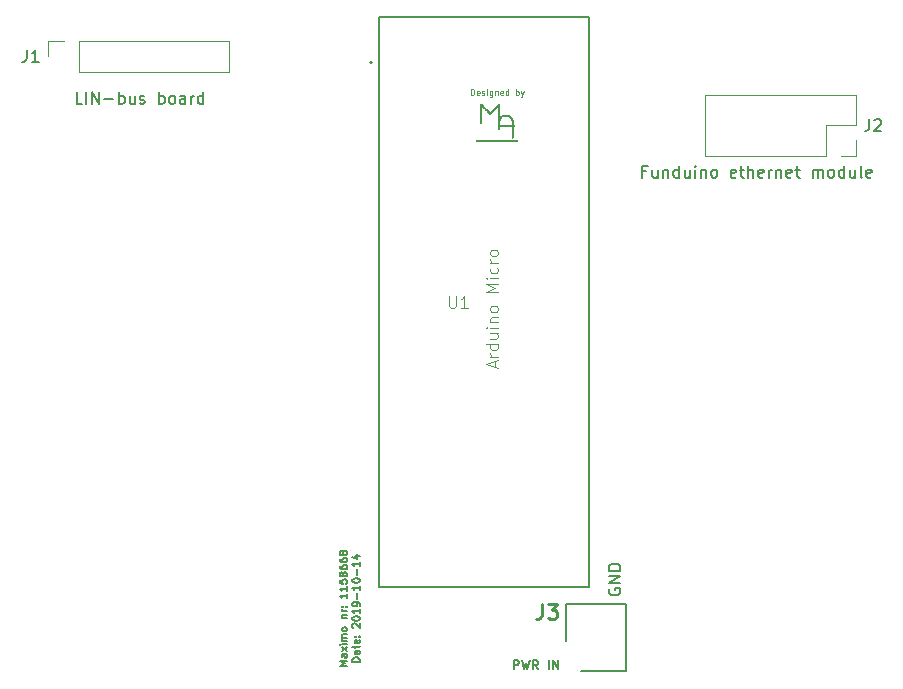
<source format=gto>
G04 #@! TF.GenerationSoftware,KiCad,Pcbnew,(5.1.4)-1*
G04 #@! TF.CreationDate,2019-11-18T13:36:40+01:00*
G04 #@! TF.ProjectId,LIN bus,4c494e20-6275-4732-9e6b-696361645f70,rev?*
G04 #@! TF.SameCoordinates,Original*
G04 #@! TF.FileFunction,Legend,Top*
G04 #@! TF.FilePolarity,Positive*
%FSLAX46Y46*%
G04 Gerber Fmt 4.6, Leading zero omitted, Abs format (unit mm)*
G04 Created by KiCad (PCBNEW (5.1.4)-1) date 2019-11-18 13:36:40*
%MOMM*%
%LPD*%
G04 APERTURE LIST*
%ADD10C,0.150000*%
%ADD11C,0.101600*%
%ADD12C,0.127000*%
%ADD13C,0.010000*%
%ADD14C,0.200000*%
%ADD15C,0.120000*%
%ADD16C,0.254000*%
%ADD17C,0.190500*%
%ADD18C,0.050000*%
G04 APERTURE END LIST*
D10*
X153000001Y-105261903D02*
X152952382Y-105357141D01*
X152952382Y-105499998D01*
X153000001Y-105642854D01*
X153095238Y-105738092D01*
X153190476Y-105785711D01*
X153380952Y-105833330D01*
X153523809Y-105833330D01*
X153714285Y-105785711D01*
X153809523Y-105738092D01*
X153904761Y-105642854D01*
X153952380Y-105499998D01*
X153952380Y-105404760D01*
X153904761Y-105261903D01*
X153857142Y-105214284D01*
X153523809Y-105214284D01*
X153523809Y-105404760D01*
X153952380Y-104785713D02*
X152952382Y-104785713D01*
X153952380Y-104214286D01*
X152952382Y-104214286D01*
X153952380Y-103738096D02*
X152952382Y-103738096D01*
X152952382Y-103500002D01*
X153000001Y-103357145D01*
X153095238Y-103261907D01*
X153190476Y-103214288D01*
X153380952Y-103166669D01*
X153523809Y-103166669D01*
X153714285Y-103214288D01*
X153809523Y-103261907D01*
X153904761Y-103357145D01*
X153952380Y-103500002D01*
X153952380Y-103738096D01*
D11*
X141308666Y-63475809D02*
X141308666Y-62967809D01*
X141429619Y-62967809D01*
X141502190Y-62992000D01*
X141550571Y-63040380D01*
X141574761Y-63088761D01*
X141598952Y-63185523D01*
X141598952Y-63258095D01*
X141574761Y-63354857D01*
X141550571Y-63403238D01*
X141502190Y-63451619D01*
X141429619Y-63475809D01*
X141308666Y-63475809D01*
X142010190Y-63451619D02*
X141961809Y-63475809D01*
X141865047Y-63475809D01*
X141816666Y-63451619D01*
X141792476Y-63403238D01*
X141792476Y-63209714D01*
X141816666Y-63161333D01*
X141865047Y-63137142D01*
X141961809Y-63137142D01*
X142010190Y-63161333D01*
X142034380Y-63209714D01*
X142034380Y-63258095D01*
X141792476Y-63306476D01*
X142227904Y-63451619D02*
X142276285Y-63475809D01*
X142373047Y-63475809D01*
X142421428Y-63451619D01*
X142445619Y-63403238D01*
X142445619Y-63379047D01*
X142421428Y-63330666D01*
X142373047Y-63306476D01*
X142300476Y-63306476D01*
X142252095Y-63282285D01*
X142227904Y-63233904D01*
X142227904Y-63209714D01*
X142252095Y-63161333D01*
X142300476Y-63137142D01*
X142373047Y-63137142D01*
X142421428Y-63161333D01*
X142663333Y-63475809D02*
X142663333Y-63137142D01*
X142663333Y-62967809D02*
X142639142Y-62992000D01*
X142663333Y-63016190D01*
X142687523Y-62992000D01*
X142663333Y-62967809D01*
X142663333Y-63016190D01*
X143122952Y-63137142D02*
X143122952Y-63548380D01*
X143098761Y-63596761D01*
X143074571Y-63620952D01*
X143026190Y-63645142D01*
X142953619Y-63645142D01*
X142905238Y-63620952D01*
X143122952Y-63451619D02*
X143074571Y-63475809D01*
X142977809Y-63475809D01*
X142929428Y-63451619D01*
X142905238Y-63427428D01*
X142881047Y-63379047D01*
X142881047Y-63233904D01*
X142905238Y-63185523D01*
X142929428Y-63161333D01*
X142977809Y-63137142D01*
X143074571Y-63137142D01*
X143122952Y-63161333D01*
X143364857Y-63137142D02*
X143364857Y-63475809D01*
X143364857Y-63185523D02*
X143389047Y-63161333D01*
X143437428Y-63137142D01*
X143510000Y-63137142D01*
X143558380Y-63161333D01*
X143582571Y-63209714D01*
X143582571Y-63475809D01*
X144018000Y-63451619D02*
X143969619Y-63475809D01*
X143872857Y-63475809D01*
X143824476Y-63451619D01*
X143800285Y-63403238D01*
X143800285Y-63209714D01*
X143824476Y-63161333D01*
X143872857Y-63137142D01*
X143969619Y-63137142D01*
X144018000Y-63161333D01*
X144042190Y-63209714D01*
X144042190Y-63258095D01*
X143800285Y-63306476D01*
X144477619Y-63475809D02*
X144477619Y-62967809D01*
X144477619Y-63451619D02*
X144429238Y-63475809D01*
X144332476Y-63475809D01*
X144284095Y-63451619D01*
X144259904Y-63427428D01*
X144235714Y-63379047D01*
X144235714Y-63233904D01*
X144259904Y-63185523D01*
X144284095Y-63161333D01*
X144332476Y-63137142D01*
X144429238Y-63137142D01*
X144477619Y-63161333D01*
X145106571Y-63475809D02*
X145106571Y-62967809D01*
X145106571Y-63161333D02*
X145154952Y-63137142D01*
X145251714Y-63137142D01*
X145300095Y-63161333D01*
X145324285Y-63185523D01*
X145348476Y-63233904D01*
X145348476Y-63379047D01*
X145324285Y-63427428D01*
X145300095Y-63451619D01*
X145251714Y-63475809D01*
X145154952Y-63475809D01*
X145106571Y-63451619D01*
X145517809Y-63137142D02*
X145638761Y-63475809D01*
X145759714Y-63137142D02*
X145638761Y-63475809D01*
X145590380Y-63596761D01*
X145566190Y-63620952D01*
X145517809Y-63645142D01*
D12*
X130811511Y-111787214D02*
X130176511Y-111787214D01*
X130630083Y-111575547D01*
X130176511Y-111363880D01*
X130811511Y-111363880D01*
X130811511Y-110789357D02*
X130478892Y-110789357D01*
X130418416Y-110819595D01*
X130388178Y-110880071D01*
X130388178Y-111001023D01*
X130418416Y-111061500D01*
X130781273Y-110789357D02*
X130811511Y-110849833D01*
X130811511Y-111001023D01*
X130781273Y-111061500D01*
X130720797Y-111091738D01*
X130660321Y-111091738D01*
X130599845Y-111061500D01*
X130569607Y-111001023D01*
X130569607Y-110849833D01*
X130539369Y-110789357D01*
X130811511Y-110547452D02*
X130388178Y-110214833D01*
X130388178Y-110547452D02*
X130811511Y-110214833D01*
X130811511Y-109972928D02*
X130388178Y-109972928D01*
X130176511Y-109972928D02*
X130206750Y-110003166D01*
X130236988Y-109972928D01*
X130206750Y-109942690D01*
X130176511Y-109972928D01*
X130236988Y-109972928D01*
X130811511Y-109670547D02*
X130388178Y-109670547D01*
X130448654Y-109670547D02*
X130418416Y-109640309D01*
X130388178Y-109579833D01*
X130388178Y-109489119D01*
X130418416Y-109428642D01*
X130478892Y-109398404D01*
X130811511Y-109398404D01*
X130478892Y-109398404D02*
X130418416Y-109368166D01*
X130388178Y-109307690D01*
X130388178Y-109216976D01*
X130418416Y-109156500D01*
X130478892Y-109126261D01*
X130811511Y-109126261D01*
X130811511Y-108733166D02*
X130781273Y-108793642D01*
X130751035Y-108823880D01*
X130690559Y-108854119D01*
X130509130Y-108854119D01*
X130448654Y-108823880D01*
X130418416Y-108793642D01*
X130388178Y-108733166D01*
X130388178Y-108642452D01*
X130418416Y-108581976D01*
X130448654Y-108551738D01*
X130509130Y-108521500D01*
X130690559Y-108521500D01*
X130751035Y-108551738D01*
X130781273Y-108581976D01*
X130811511Y-108642452D01*
X130811511Y-108733166D01*
X130388178Y-107765547D02*
X130811511Y-107765547D01*
X130448654Y-107765547D02*
X130418416Y-107735309D01*
X130388178Y-107674833D01*
X130388178Y-107584119D01*
X130418416Y-107523642D01*
X130478892Y-107493404D01*
X130811511Y-107493404D01*
X130811511Y-107191023D02*
X130388178Y-107191023D01*
X130509130Y-107191023D02*
X130448654Y-107160785D01*
X130418416Y-107130547D01*
X130388178Y-107070071D01*
X130388178Y-107009595D01*
X130751035Y-106797928D02*
X130781273Y-106767690D01*
X130811511Y-106797928D01*
X130781273Y-106828166D01*
X130751035Y-106797928D01*
X130811511Y-106797928D01*
X130418416Y-106797928D02*
X130448654Y-106767690D01*
X130478892Y-106797928D01*
X130448654Y-106828166D01*
X130418416Y-106797928D01*
X130478892Y-106797928D01*
X130811511Y-105679119D02*
X130811511Y-106041976D01*
X130811511Y-105860547D02*
X130176511Y-105860547D01*
X130267226Y-105921023D01*
X130327702Y-105981500D01*
X130357940Y-106041976D01*
X130811511Y-105074357D02*
X130811511Y-105437214D01*
X130811511Y-105255785D02*
X130176511Y-105255785D01*
X130267226Y-105316261D01*
X130327702Y-105376738D01*
X130357940Y-105437214D01*
X130176511Y-104499833D02*
X130176511Y-104802214D01*
X130478892Y-104832452D01*
X130448654Y-104802214D01*
X130418416Y-104741738D01*
X130418416Y-104590547D01*
X130448654Y-104530071D01*
X130478892Y-104499833D01*
X130539369Y-104469595D01*
X130690559Y-104469595D01*
X130751035Y-104499833D01*
X130781273Y-104530071D01*
X130811511Y-104590547D01*
X130811511Y-104741738D01*
X130781273Y-104802214D01*
X130751035Y-104832452D01*
X130448654Y-104106738D02*
X130418416Y-104167214D01*
X130388178Y-104197452D01*
X130327702Y-104227690D01*
X130297464Y-104227690D01*
X130236988Y-104197452D01*
X130206750Y-104167214D01*
X130176511Y-104106738D01*
X130176511Y-103985785D01*
X130206750Y-103925309D01*
X130236988Y-103895071D01*
X130297464Y-103864833D01*
X130327702Y-103864833D01*
X130388178Y-103895071D01*
X130418416Y-103925309D01*
X130448654Y-103985785D01*
X130448654Y-104106738D01*
X130478892Y-104167214D01*
X130509130Y-104197452D01*
X130569607Y-104227690D01*
X130690559Y-104227690D01*
X130751035Y-104197452D01*
X130781273Y-104167214D01*
X130811511Y-104106738D01*
X130811511Y-103985785D01*
X130781273Y-103925309D01*
X130751035Y-103895071D01*
X130690559Y-103864833D01*
X130569607Y-103864833D01*
X130509130Y-103895071D01*
X130478892Y-103925309D01*
X130448654Y-103985785D01*
X130176511Y-103320547D02*
X130176511Y-103441500D01*
X130206750Y-103501976D01*
X130236988Y-103532214D01*
X130327702Y-103592690D01*
X130448654Y-103622928D01*
X130690559Y-103622928D01*
X130751035Y-103592690D01*
X130781273Y-103562452D01*
X130811511Y-103501976D01*
X130811511Y-103381023D01*
X130781273Y-103320547D01*
X130751035Y-103290309D01*
X130690559Y-103260071D01*
X130539369Y-103260071D01*
X130478892Y-103290309D01*
X130448654Y-103320547D01*
X130418416Y-103381023D01*
X130418416Y-103501976D01*
X130448654Y-103562452D01*
X130478892Y-103592690D01*
X130539369Y-103622928D01*
X130176511Y-102715785D02*
X130176511Y-102836738D01*
X130206750Y-102897214D01*
X130236988Y-102927452D01*
X130327702Y-102987928D01*
X130448654Y-103018166D01*
X130690559Y-103018166D01*
X130751035Y-102987928D01*
X130781273Y-102957690D01*
X130811511Y-102897214D01*
X130811511Y-102776261D01*
X130781273Y-102715785D01*
X130751035Y-102685547D01*
X130690559Y-102655309D01*
X130539369Y-102655309D01*
X130478892Y-102685547D01*
X130448654Y-102715785D01*
X130418416Y-102776261D01*
X130418416Y-102897214D01*
X130448654Y-102957690D01*
X130478892Y-102987928D01*
X130539369Y-103018166D01*
X130448654Y-102292452D02*
X130418416Y-102352928D01*
X130388178Y-102383166D01*
X130327702Y-102413404D01*
X130297464Y-102413404D01*
X130236988Y-102383166D01*
X130206750Y-102352928D01*
X130176511Y-102292452D01*
X130176511Y-102171500D01*
X130206750Y-102111023D01*
X130236988Y-102080785D01*
X130297464Y-102050547D01*
X130327702Y-102050547D01*
X130388178Y-102080785D01*
X130418416Y-102111023D01*
X130448654Y-102171500D01*
X130448654Y-102292452D01*
X130478892Y-102352928D01*
X130509130Y-102383166D01*
X130569607Y-102413404D01*
X130690559Y-102413404D01*
X130751035Y-102383166D01*
X130781273Y-102352928D01*
X130811511Y-102292452D01*
X130811511Y-102171500D01*
X130781273Y-102111023D01*
X130751035Y-102080785D01*
X130690559Y-102050547D01*
X130569607Y-102050547D01*
X130509130Y-102080785D01*
X130478892Y-102111023D01*
X130448654Y-102171500D01*
X131891011Y-111439476D02*
X131256011Y-111439476D01*
X131256011Y-111288285D01*
X131286250Y-111197571D01*
X131346726Y-111137095D01*
X131407202Y-111106857D01*
X131528154Y-111076619D01*
X131618869Y-111076619D01*
X131739821Y-111106857D01*
X131800297Y-111137095D01*
X131860773Y-111197571D01*
X131891011Y-111288285D01*
X131891011Y-111439476D01*
X131891011Y-110532333D02*
X131558392Y-110532333D01*
X131497916Y-110562571D01*
X131467678Y-110623047D01*
X131467678Y-110744000D01*
X131497916Y-110804476D01*
X131860773Y-110532333D02*
X131891011Y-110592809D01*
X131891011Y-110744000D01*
X131860773Y-110804476D01*
X131800297Y-110834714D01*
X131739821Y-110834714D01*
X131679345Y-110804476D01*
X131649107Y-110744000D01*
X131649107Y-110592809D01*
X131618869Y-110532333D01*
X131467678Y-110320666D02*
X131467678Y-110078761D01*
X131256011Y-110229952D02*
X131800297Y-110229952D01*
X131860773Y-110199714D01*
X131891011Y-110139238D01*
X131891011Y-110078761D01*
X131860773Y-109625190D02*
X131891011Y-109685666D01*
X131891011Y-109806619D01*
X131860773Y-109867095D01*
X131800297Y-109897333D01*
X131558392Y-109897333D01*
X131497916Y-109867095D01*
X131467678Y-109806619D01*
X131467678Y-109685666D01*
X131497916Y-109625190D01*
X131558392Y-109594952D01*
X131618869Y-109594952D01*
X131679345Y-109897333D01*
X131830535Y-109322809D02*
X131860773Y-109292571D01*
X131891011Y-109322809D01*
X131860773Y-109353047D01*
X131830535Y-109322809D01*
X131891011Y-109322809D01*
X131497916Y-109322809D02*
X131528154Y-109292571D01*
X131558392Y-109322809D01*
X131528154Y-109353047D01*
X131497916Y-109322809D01*
X131558392Y-109322809D01*
X131316488Y-108566857D02*
X131286250Y-108536619D01*
X131256011Y-108476142D01*
X131256011Y-108324952D01*
X131286250Y-108264476D01*
X131316488Y-108234238D01*
X131376964Y-108204000D01*
X131437440Y-108204000D01*
X131528154Y-108234238D01*
X131891011Y-108597095D01*
X131891011Y-108204000D01*
X131256011Y-107810904D02*
X131256011Y-107750428D01*
X131286250Y-107689952D01*
X131316488Y-107659714D01*
X131376964Y-107629476D01*
X131497916Y-107599238D01*
X131649107Y-107599238D01*
X131770059Y-107629476D01*
X131830535Y-107659714D01*
X131860773Y-107689952D01*
X131891011Y-107750428D01*
X131891011Y-107810904D01*
X131860773Y-107871380D01*
X131830535Y-107901619D01*
X131770059Y-107931857D01*
X131649107Y-107962095D01*
X131497916Y-107962095D01*
X131376964Y-107931857D01*
X131316488Y-107901619D01*
X131286250Y-107871380D01*
X131256011Y-107810904D01*
X131891011Y-106994476D02*
X131891011Y-107357333D01*
X131891011Y-107175904D02*
X131256011Y-107175904D01*
X131346726Y-107236380D01*
X131407202Y-107296857D01*
X131437440Y-107357333D01*
X131891011Y-106692095D02*
X131891011Y-106571142D01*
X131860773Y-106510666D01*
X131830535Y-106480428D01*
X131739821Y-106419952D01*
X131618869Y-106389714D01*
X131376964Y-106389714D01*
X131316488Y-106419952D01*
X131286250Y-106450190D01*
X131256011Y-106510666D01*
X131256011Y-106631619D01*
X131286250Y-106692095D01*
X131316488Y-106722333D01*
X131376964Y-106752571D01*
X131528154Y-106752571D01*
X131588630Y-106722333D01*
X131618869Y-106692095D01*
X131649107Y-106631619D01*
X131649107Y-106510666D01*
X131618869Y-106450190D01*
X131588630Y-106419952D01*
X131528154Y-106389714D01*
X131649107Y-106117571D02*
X131649107Y-105633761D01*
X131891011Y-104998761D02*
X131891011Y-105361619D01*
X131891011Y-105180190D02*
X131256011Y-105180190D01*
X131346726Y-105240666D01*
X131407202Y-105301142D01*
X131437440Y-105361619D01*
X131256011Y-104605666D02*
X131256011Y-104545190D01*
X131286250Y-104484714D01*
X131316488Y-104454476D01*
X131376964Y-104424238D01*
X131497916Y-104394000D01*
X131649107Y-104394000D01*
X131770059Y-104424238D01*
X131830535Y-104454476D01*
X131860773Y-104484714D01*
X131891011Y-104545190D01*
X131891011Y-104605666D01*
X131860773Y-104666142D01*
X131830535Y-104696380D01*
X131770059Y-104726619D01*
X131649107Y-104756857D01*
X131497916Y-104756857D01*
X131376964Y-104726619D01*
X131316488Y-104696380D01*
X131286250Y-104666142D01*
X131256011Y-104605666D01*
X131649107Y-104121857D02*
X131649107Y-103638047D01*
X131891011Y-103003047D02*
X131891011Y-103365904D01*
X131891011Y-103184476D02*
X131256011Y-103184476D01*
X131346726Y-103244952D01*
X131407202Y-103305428D01*
X131437440Y-103365904D01*
X131467678Y-102458761D02*
X131891011Y-102458761D01*
X131225773Y-102609952D02*
X131679345Y-102761142D01*
X131679345Y-102368047D01*
D13*
G36*
X143647701Y-67268711D02*
G01*
X143809775Y-67268719D01*
X143960210Y-67268736D01*
X144099442Y-67268765D01*
X144227906Y-67268809D01*
X144346038Y-67268870D01*
X144454276Y-67268951D01*
X144553055Y-67269056D01*
X144642812Y-67269187D01*
X144723982Y-67269347D01*
X144797002Y-67269538D01*
X144862309Y-67269765D01*
X144920338Y-67270029D01*
X144971525Y-67270333D01*
X145016307Y-67270681D01*
X145055121Y-67271075D01*
X145088401Y-67271519D01*
X145116586Y-67272014D01*
X145140110Y-67272564D01*
X145159410Y-67273171D01*
X145174922Y-67273839D01*
X145187083Y-67274571D01*
X145196328Y-67275369D01*
X145203094Y-67276236D01*
X145207818Y-67277175D01*
X145210934Y-67278189D01*
X145212881Y-67279280D01*
X145213833Y-67280150D01*
X145223251Y-67296689D01*
X145220250Y-67312156D01*
X145212746Y-67320917D01*
X145210971Y-67321962D01*
X145207748Y-67322935D01*
X145202646Y-67323838D01*
X145195230Y-67324674D01*
X145185068Y-67325445D01*
X145171728Y-67326154D01*
X145154776Y-67326804D01*
X145133779Y-67327397D01*
X145108304Y-67327935D01*
X145077919Y-67328422D01*
X145042191Y-67328859D01*
X145000686Y-67329250D01*
X144952972Y-67329597D01*
X144898616Y-67329903D01*
X144837185Y-67330169D01*
X144768246Y-67330399D01*
X144691366Y-67330596D01*
X144606112Y-67330761D01*
X144512052Y-67330897D01*
X144408752Y-67331008D01*
X144295780Y-67331095D01*
X144172702Y-67331162D01*
X144039086Y-67331210D01*
X143894499Y-67331242D01*
X143738508Y-67331261D01*
X143570679Y-67331269D01*
X143471376Y-67331270D01*
X143297225Y-67331268D01*
X143135150Y-67331260D01*
X142984715Y-67331243D01*
X142845484Y-67331214D01*
X142717020Y-67331171D01*
X142598887Y-67331110D01*
X142490649Y-67331028D01*
X142391870Y-67330924D01*
X142302113Y-67330793D01*
X142220943Y-67330633D01*
X142147923Y-67330441D01*
X142082617Y-67330215D01*
X142024588Y-67329951D01*
X141973400Y-67329646D01*
X141928618Y-67329298D01*
X141889804Y-67328904D01*
X141856524Y-67328461D01*
X141828340Y-67327966D01*
X141804815Y-67327416D01*
X141785515Y-67326808D01*
X141770003Y-67326140D01*
X141757843Y-67325408D01*
X141748597Y-67324611D01*
X141741831Y-67323744D01*
X141737108Y-67322805D01*
X141733991Y-67321791D01*
X141732044Y-67320699D01*
X141731092Y-67319830D01*
X141721674Y-67303290D01*
X141724675Y-67287824D01*
X141732179Y-67279063D01*
X141733955Y-67278018D01*
X141737177Y-67277045D01*
X141742280Y-67276142D01*
X141749695Y-67275306D01*
X141759857Y-67274534D01*
X141773197Y-67273825D01*
X141790150Y-67273175D01*
X141811147Y-67272583D01*
X141836621Y-67272044D01*
X141867006Y-67271557D01*
X141902735Y-67271120D01*
X141944239Y-67270729D01*
X141991953Y-67270382D01*
X142046309Y-67270077D01*
X142107740Y-67269810D01*
X142176679Y-67269580D01*
X142253559Y-67269384D01*
X142338813Y-67269219D01*
X142432873Y-67269082D01*
X142536173Y-67268971D01*
X142649145Y-67268884D01*
X142772223Y-67268818D01*
X142905839Y-67268770D01*
X143050426Y-67268738D01*
X143206418Y-67268719D01*
X143374246Y-67268710D01*
X143473550Y-67268709D01*
X143647701Y-67268711D01*
X143647701Y-67268711D01*
G37*
X143647701Y-67268711D02*
X143809775Y-67268719D01*
X143960210Y-67268736D01*
X144099442Y-67268765D01*
X144227906Y-67268809D01*
X144346038Y-67268870D01*
X144454276Y-67268951D01*
X144553055Y-67269056D01*
X144642812Y-67269187D01*
X144723982Y-67269347D01*
X144797002Y-67269538D01*
X144862309Y-67269765D01*
X144920338Y-67270029D01*
X144971525Y-67270333D01*
X145016307Y-67270681D01*
X145055121Y-67271075D01*
X145088401Y-67271519D01*
X145116586Y-67272014D01*
X145140110Y-67272564D01*
X145159410Y-67273171D01*
X145174922Y-67273839D01*
X145187083Y-67274571D01*
X145196328Y-67275369D01*
X145203094Y-67276236D01*
X145207818Y-67277175D01*
X145210934Y-67278189D01*
X145212881Y-67279280D01*
X145213833Y-67280150D01*
X145223251Y-67296689D01*
X145220250Y-67312156D01*
X145212746Y-67320917D01*
X145210971Y-67321962D01*
X145207748Y-67322935D01*
X145202646Y-67323838D01*
X145195230Y-67324674D01*
X145185068Y-67325445D01*
X145171728Y-67326154D01*
X145154776Y-67326804D01*
X145133779Y-67327397D01*
X145108304Y-67327935D01*
X145077919Y-67328422D01*
X145042191Y-67328859D01*
X145000686Y-67329250D01*
X144952972Y-67329597D01*
X144898616Y-67329903D01*
X144837185Y-67330169D01*
X144768246Y-67330399D01*
X144691366Y-67330596D01*
X144606112Y-67330761D01*
X144512052Y-67330897D01*
X144408752Y-67331008D01*
X144295780Y-67331095D01*
X144172702Y-67331162D01*
X144039086Y-67331210D01*
X143894499Y-67331242D01*
X143738508Y-67331261D01*
X143570679Y-67331269D01*
X143471376Y-67331270D01*
X143297225Y-67331268D01*
X143135150Y-67331260D01*
X142984715Y-67331243D01*
X142845484Y-67331214D01*
X142717020Y-67331171D01*
X142598887Y-67331110D01*
X142490649Y-67331028D01*
X142391870Y-67330924D01*
X142302113Y-67330793D01*
X142220943Y-67330633D01*
X142147923Y-67330441D01*
X142082617Y-67330215D01*
X142024588Y-67329951D01*
X141973400Y-67329646D01*
X141928618Y-67329298D01*
X141889804Y-67328904D01*
X141856524Y-67328461D01*
X141828340Y-67327966D01*
X141804815Y-67327416D01*
X141785515Y-67326808D01*
X141770003Y-67326140D01*
X141757843Y-67325408D01*
X141748597Y-67324611D01*
X141741831Y-67323744D01*
X141737108Y-67322805D01*
X141733991Y-67321791D01*
X141732044Y-67320699D01*
X141731092Y-67319830D01*
X141721674Y-67303290D01*
X141724675Y-67287824D01*
X141732179Y-67279063D01*
X141733955Y-67278018D01*
X141737177Y-67277045D01*
X141742280Y-67276142D01*
X141749695Y-67275306D01*
X141759857Y-67274534D01*
X141773197Y-67273825D01*
X141790150Y-67273175D01*
X141811147Y-67272583D01*
X141836621Y-67272044D01*
X141867006Y-67271557D01*
X141902735Y-67271120D01*
X141944239Y-67270729D01*
X141991953Y-67270382D01*
X142046309Y-67270077D01*
X142107740Y-67269810D01*
X142176679Y-67269580D01*
X142253559Y-67269384D01*
X142338813Y-67269219D01*
X142432873Y-67269082D01*
X142536173Y-67268971D01*
X142649145Y-67268884D01*
X142772223Y-67268818D01*
X142905839Y-67268770D01*
X143050426Y-67268738D01*
X143206418Y-67268719D01*
X143374246Y-67268710D01*
X143473550Y-67268709D01*
X143647701Y-67268711D01*
G36*
X142129460Y-64204304D02*
G01*
X142135915Y-64207991D01*
X142145101Y-64214777D01*
X142157569Y-64225183D01*
X142173865Y-64239736D01*
X142194540Y-64258956D01*
X142220141Y-64283370D01*
X142251218Y-64313499D01*
X142288320Y-64349868D01*
X142331994Y-64393001D01*
X142382790Y-64443420D01*
X142441256Y-64501649D01*
X142507941Y-64568213D01*
X142512548Y-64572815D01*
X142882517Y-64942439D01*
X143243422Y-64581703D01*
X143299463Y-64525778D01*
X143353212Y-64472313D01*
X143403979Y-64421985D01*
X143451072Y-64375471D01*
X143493799Y-64333450D01*
X143531470Y-64296599D01*
X143563392Y-64265594D01*
X143588875Y-64241115D01*
X143607226Y-64223837D01*
X143617754Y-64214440D01*
X143619769Y-64212955D01*
X143642306Y-64207338D01*
X143663041Y-64213518D01*
X143679498Y-64230625D01*
X143681552Y-64234377D01*
X143683356Y-64238994D01*
X143684925Y-64245268D01*
X143686277Y-64253992D01*
X143687428Y-64265958D01*
X143688394Y-64281958D01*
X143689193Y-64302785D01*
X143689840Y-64329231D01*
X143690353Y-64362089D01*
X143690748Y-64402150D01*
X143691041Y-64450206D01*
X143691250Y-64507051D01*
X143691390Y-64573477D01*
X143691479Y-64650276D01*
X143691532Y-64738239D01*
X143691557Y-64806911D01*
X143691733Y-65363709D01*
X143719885Y-65331342D01*
X143744474Y-65305765D01*
X143772723Y-65282034D01*
X143806952Y-65258481D01*
X143849485Y-65233436D01*
X143875902Y-65219136D01*
X143965128Y-65178202D01*
X144055691Y-65148924D01*
X144146754Y-65131420D01*
X144237476Y-65125809D01*
X144327018Y-65132211D01*
X144395246Y-65145556D01*
X144433726Y-65157083D01*
X144477699Y-65173128D01*
X144522229Y-65191686D01*
X144562381Y-65210753D01*
X144582006Y-65221421D01*
X144626303Y-65252496D01*
X144670821Y-65293420D01*
X144713677Y-65341711D01*
X144752988Y-65394885D01*
X144786871Y-65450457D01*
X144813443Y-65505945D01*
X144827035Y-65544603D01*
X144830127Y-65557059D01*
X144832598Y-65571854D01*
X144834523Y-65590505D01*
X144835978Y-65614527D01*
X144837038Y-65645437D01*
X144837778Y-65684751D01*
X144838273Y-65733985D01*
X144838517Y-65775754D01*
X144839433Y-65970556D01*
X144887289Y-65973684D01*
X144920443Y-65977667D01*
X144942822Y-65985137D01*
X144955902Y-65997025D01*
X144961157Y-66014266D01*
X144961428Y-66020605D01*
X144958228Y-66039630D01*
X144947645Y-66053022D01*
X144928203Y-66061716D01*
X144898428Y-66066645D01*
X144887289Y-66067527D01*
X144839433Y-66070655D01*
X144838605Y-66549251D01*
X144838464Y-66625730D01*
X144838311Y-66698709D01*
X144838150Y-66767203D01*
X144837984Y-66830224D01*
X144837816Y-66886787D01*
X144837649Y-66935904D01*
X144837487Y-66976590D01*
X144837332Y-67007858D01*
X144837188Y-67028722D01*
X144837058Y-67038195D01*
X144837041Y-67038551D01*
X144830299Y-67054802D01*
X144815010Y-67067008D01*
X144794927Y-67073402D01*
X144773806Y-67072220D01*
X144768920Y-67070581D01*
X144760637Y-67063128D01*
X144751799Y-67049650D01*
X144751715Y-67049489D01*
X144749975Y-67044733D01*
X144748462Y-67037107D01*
X144747160Y-67025795D01*
X144746056Y-67009980D01*
X144745132Y-66988844D01*
X144744375Y-66961571D01*
X144743769Y-66927343D01*
X144743300Y-66885344D01*
X144742951Y-66834756D01*
X144742708Y-66774763D01*
X144742556Y-66704547D01*
X144742479Y-66623291D01*
X144742463Y-66549561D01*
X144742463Y-66067527D01*
X144257300Y-66067527D01*
X144165007Y-66067526D01*
X144084418Y-66067489D01*
X144014727Y-66067364D01*
X143955125Y-66067099D01*
X143904805Y-66066642D01*
X143862958Y-66065941D01*
X143828779Y-66064943D01*
X143801458Y-66063598D01*
X143780188Y-66061853D01*
X143764162Y-66059655D01*
X143752571Y-66056954D01*
X143744609Y-66053697D01*
X143739468Y-66049832D01*
X143736339Y-66045307D01*
X143734416Y-66040070D01*
X143732891Y-66034069D01*
X143732816Y-66033770D01*
X143732505Y-66011804D01*
X143741184Y-65992434D01*
X143756853Y-65980047D01*
X143757413Y-65979828D01*
X143766853Y-65978641D01*
X143788310Y-65977565D01*
X143821290Y-65976608D01*
X143865300Y-65975775D01*
X143919844Y-65975073D01*
X143984429Y-65974507D01*
X144058560Y-65974084D01*
X144141743Y-65973809D01*
X144233483Y-65973689D01*
X144257743Y-65973684D01*
X144741913Y-65973684D01*
X144743752Y-65793820D01*
X144744220Y-65735014D01*
X144744155Y-65686996D01*
X144743343Y-65648045D01*
X144741571Y-65616440D01*
X144738622Y-65590460D01*
X144734283Y-65568384D01*
X144728340Y-65548493D01*
X144720577Y-65529064D01*
X144710780Y-65508377D01*
X144707304Y-65501455D01*
X144667361Y-65433251D01*
X144621524Y-65375519D01*
X144568851Y-65327515D01*
X144508400Y-65288496D01*
X144439230Y-65257717D01*
X144373078Y-65237531D01*
X144291157Y-65223194D01*
X144207399Y-65220794D01*
X144122924Y-65230112D01*
X144038855Y-65250927D01*
X143956312Y-65283019D01*
X143876417Y-65326167D01*
X143856562Y-65338940D01*
X143827856Y-65359270D01*
X143806535Y-65377918D01*
X143788711Y-65398631D01*
X143776255Y-65416332D01*
X143759724Y-65443699D01*
X143743776Y-65474249D01*
X143731848Y-65501394D01*
X143731795Y-65501534D01*
X143724110Y-65522062D01*
X143717591Y-65540328D01*
X143712132Y-65557548D01*
X143707624Y-65574942D01*
X143703959Y-65593726D01*
X143701029Y-65615119D01*
X143698725Y-65640338D01*
X143696940Y-65670602D01*
X143695564Y-65707128D01*
X143694491Y-65751135D01*
X143693611Y-65803839D01*
X143692817Y-65866459D01*
X143692000Y-65940214D01*
X143691885Y-65950783D01*
X143688300Y-66281355D01*
X143673531Y-66293308D01*
X143652445Y-66303915D01*
X143630816Y-66302026D01*
X143614070Y-66292294D01*
X143597586Y-66279328D01*
X143597586Y-65325718D01*
X143597556Y-65217534D01*
X143597470Y-65112809D01*
X143597331Y-65012221D01*
X143597142Y-64916449D01*
X143596905Y-64826172D01*
X143596625Y-64742066D01*
X143596305Y-64664812D01*
X143595947Y-64595088D01*
X143595556Y-64533571D01*
X143595134Y-64480940D01*
X143594685Y-64437874D01*
X143594211Y-64405051D01*
X143593717Y-64383149D01*
X143593205Y-64372848D01*
X143593024Y-64372108D01*
X143587977Y-64376422D01*
X143574776Y-64388910D01*
X143554113Y-64408894D01*
X143526676Y-64435696D01*
X143493153Y-64468636D01*
X143454235Y-64507035D01*
X143410610Y-64550214D01*
X143362968Y-64597495D01*
X143311998Y-64648199D01*
X143258388Y-64701647D01*
X143250500Y-64709521D01*
X143179179Y-64780557D01*
X143115503Y-64843626D01*
X143059607Y-64898597D01*
X143011626Y-64945341D01*
X142971698Y-64983725D01*
X142939957Y-65013619D01*
X142916541Y-65034893D01*
X142901584Y-65047414D01*
X142895784Y-65051047D01*
X142877672Y-65052585D01*
X142864957Y-65050692D01*
X142858367Y-65045645D01*
X142843663Y-65032423D01*
X142821559Y-65011719D01*
X142792768Y-64984227D01*
X142758005Y-64950638D01*
X142717983Y-64911645D01*
X142673415Y-64867943D01*
X142625016Y-64820223D01*
X142573498Y-64769179D01*
X142519575Y-64715503D01*
X142513226Y-64709167D01*
X142459299Y-64655404D01*
X142407896Y-64604289D01*
X142359707Y-64556500D01*
X142315423Y-64512717D01*
X142275736Y-64473619D01*
X142241337Y-64439887D01*
X142212918Y-64412198D01*
X142191169Y-64391233D01*
X142176782Y-64377671D01*
X142170449Y-64372191D01*
X142170247Y-64372108D01*
X142169548Y-64378233D01*
X142168877Y-64396083D01*
X142168238Y-64424873D01*
X142167637Y-64463814D01*
X142167081Y-64512120D01*
X142166576Y-64569005D01*
X142166127Y-64633681D01*
X142165740Y-64705362D01*
X142165421Y-64783260D01*
X142165176Y-64866590D01*
X142165011Y-64954565D01*
X142164932Y-65046397D01*
X142164926Y-65081091D01*
X142164926Y-65790075D01*
X142150446Y-65803677D01*
X142130229Y-65815646D01*
X142109565Y-65816302D01*
X142091359Y-65806387D01*
X142078522Y-65786644D01*
X142077998Y-65785198D01*
X142076933Y-65775925D01*
X142075951Y-65755084D01*
X142075053Y-65723618D01*
X142074239Y-65682472D01*
X142073508Y-65632590D01*
X142072861Y-65574915D01*
X142072297Y-65510391D01*
X142071816Y-65439962D01*
X142071419Y-65364572D01*
X142071106Y-65285165D01*
X142070875Y-65202685D01*
X142070729Y-65118075D01*
X142070666Y-65032280D01*
X142070686Y-64946243D01*
X142070790Y-64860908D01*
X142070977Y-64777219D01*
X142071248Y-64696121D01*
X142071602Y-64618556D01*
X142072040Y-64545468D01*
X142072561Y-64477803D01*
X142073166Y-64416503D01*
X142073854Y-64362512D01*
X142074626Y-64316774D01*
X142075481Y-64280233D01*
X142076420Y-64253834D01*
X142077442Y-64238519D01*
X142077998Y-64235274D01*
X142089778Y-64215174D01*
X142108448Y-64204995D01*
X142125188Y-64203192D01*
X142129460Y-64204304D01*
X142129460Y-64204304D01*
G37*
X142129460Y-64204304D02*
X142135915Y-64207991D01*
X142145101Y-64214777D01*
X142157569Y-64225183D01*
X142173865Y-64239736D01*
X142194540Y-64258956D01*
X142220141Y-64283370D01*
X142251218Y-64313499D01*
X142288320Y-64349868D01*
X142331994Y-64393001D01*
X142382790Y-64443420D01*
X142441256Y-64501649D01*
X142507941Y-64568213D01*
X142512548Y-64572815D01*
X142882517Y-64942439D01*
X143243422Y-64581703D01*
X143299463Y-64525778D01*
X143353212Y-64472313D01*
X143403979Y-64421985D01*
X143451072Y-64375471D01*
X143493799Y-64333450D01*
X143531470Y-64296599D01*
X143563392Y-64265594D01*
X143588875Y-64241115D01*
X143607226Y-64223837D01*
X143617754Y-64214440D01*
X143619769Y-64212955D01*
X143642306Y-64207338D01*
X143663041Y-64213518D01*
X143679498Y-64230625D01*
X143681552Y-64234377D01*
X143683356Y-64238994D01*
X143684925Y-64245268D01*
X143686277Y-64253992D01*
X143687428Y-64265958D01*
X143688394Y-64281958D01*
X143689193Y-64302785D01*
X143689840Y-64329231D01*
X143690353Y-64362089D01*
X143690748Y-64402150D01*
X143691041Y-64450206D01*
X143691250Y-64507051D01*
X143691390Y-64573477D01*
X143691479Y-64650276D01*
X143691532Y-64738239D01*
X143691557Y-64806911D01*
X143691733Y-65363709D01*
X143719885Y-65331342D01*
X143744474Y-65305765D01*
X143772723Y-65282034D01*
X143806952Y-65258481D01*
X143849485Y-65233436D01*
X143875902Y-65219136D01*
X143965128Y-65178202D01*
X144055691Y-65148924D01*
X144146754Y-65131420D01*
X144237476Y-65125809D01*
X144327018Y-65132211D01*
X144395246Y-65145556D01*
X144433726Y-65157083D01*
X144477699Y-65173128D01*
X144522229Y-65191686D01*
X144562381Y-65210753D01*
X144582006Y-65221421D01*
X144626303Y-65252496D01*
X144670821Y-65293420D01*
X144713677Y-65341711D01*
X144752988Y-65394885D01*
X144786871Y-65450457D01*
X144813443Y-65505945D01*
X144827035Y-65544603D01*
X144830127Y-65557059D01*
X144832598Y-65571854D01*
X144834523Y-65590505D01*
X144835978Y-65614527D01*
X144837038Y-65645437D01*
X144837778Y-65684751D01*
X144838273Y-65733985D01*
X144838517Y-65775754D01*
X144839433Y-65970556D01*
X144887289Y-65973684D01*
X144920443Y-65977667D01*
X144942822Y-65985137D01*
X144955902Y-65997025D01*
X144961157Y-66014266D01*
X144961428Y-66020605D01*
X144958228Y-66039630D01*
X144947645Y-66053022D01*
X144928203Y-66061716D01*
X144898428Y-66066645D01*
X144887289Y-66067527D01*
X144839433Y-66070655D01*
X144838605Y-66549251D01*
X144838464Y-66625730D01*
X144838311Y-66698709D01*
X144838150Y-66767203D01*
X144837984Y-66830224D01*
X144837816Y-66886787D01*
X144837649Y-66935904D01*
X144837487Y-66976590D01*
X144837332Y-67007858D01*
X144837188Y-67028722D01*
X144837058Y-67038195D01*
X144837041Y-67038551D01*
X144830299Y-67054802D01*
X144815010Y-67067008D01*
X144794927Y-67073402D01*
X144773806Y-67072220D01*
X144768920Y-67070581D01*
X144760637Y-67063128D01*
X144751799Y-67049650D01*
X144751715Y-67049489D01*
X144749975Y-67044733D01*
X144748462Y-67037107D01*
X144747160Y-67025795D01*
X144746056Y-67009980D01*
X144745132Y-66988844D01*
X144744375Y-66961571D01*
X144743769Y-66927343D01*
X144743300Y-66885344D01*
X144742951Y-66834756D01*
X144742708Y-66774763D01*
X144742556Y-66704547D01*
X144742479Y-66623291D01*
X144742463Y-66549561D01*
X144742463Y-66067527D01*
X144257300Y-66067527D01*
X144165007Y-66067526D01*
X144084418Y-66067489D01*
X144014727Y-66067364D01*
X143955125Y-66067099D01*
X143904805Y-66066642D01*
X143862958Y-66065941D01*
X143828779Y-66064943D01*
X143801458Y-66063598D01*
X143780188Y-66061853D01*
X143764162Y-66059655D01*
X143752571Y-66056954D01*
X143744609Y-66053697D01*
X143739468Y-66049832D01*
X143736339Y-66045307D01*
X143734416Y-66040070D01*
X143732891Y-66034069D01*
X143732816Y-66033770D01*
X143732505Y-66011804D01*
X143741184Y-65992434D01*
X143756853Y-65980047D01*
X143757413Y-65979828D01*
X143766853Y-65978641D01*
X143788310Y-65977565D01*
X143821290Y-65976608D01*
X143865300Y-65975775D01*
X143919844Y-65975073D01*
X143984429Y-65974507D01*
X144058560Y-65974084D01*
X144141743Y-65973809D01*
X144233483Y-65973689D01*
X144257743Y-65973684D01*
X144741913Y-65973684D01*
X144743752Y-65793820D01*
X144744220Y-65735014D01*
X144744155Y-65686996D01*
X144743343Y-65648045D01*
X144741571Y-65616440D01*
X144738622Y-65590460D01*
X144734283Y-65568384D01*
X144728340Y-65548493D01*
X144720577Y-65529064D01*
X144710780Y-65508377D01*
X144707304Y-65501455D01*
X144667361Y-65433251D01*
X144621524Y-65375519D01*
X144568851Y-65327515D01*
X144508400Y-65288496D01*
X144439230Y-65257717D01*
X144373078Y-65237531D01*
X144291157Y-65223194D01*
X144207399Y-65220794D01*
X144122924Y-65230112D01*
X144038855Y-65250927D01*
X143956312Y-65283019D01*
X143876417Y-65326167D01*
X143856562Y-65338940D01*
X143827856Y-65359270D01*
X143806535Y-65377918D01*
X143788711Y-65398631D01*
X143776255Y-65416332D01*
X143759724Y-65443699D01*
X143743776Y-65474249D01*
X143731848Y-65501394D01*
X143731795Y-65501534D01*
X143724110Y-65522062D01*
X143717591Y-65540328D01*
X143712132Y-65557548D01*
X143707624Y-65574942D01*
X143703959Y-65593726D01*
X143701029Y-65615119D01*
X143698725Y-65640338D01*
X143696940Y-65670602D01*
X143695564Y-65707128D01*
X143694491Y-65751135D01*
X143693611Y-65803839D01*
X143692817Y-65866459D01*
X143692000Y-65940214D01*
X143691885Y-65950783D01*
X143688300Y-66281355D01*
X143673531Y-66293308D01*
X143652445Y-66303915D01*
X143630816Y-66302026D01*
X143614070Y-66292294D01*
X143597586Y-66279328D01*
X143597586Y-65325718D01*
X143597556Y-65217534D01*
X143597470Y-65112809D01*
X143597331Y-65012221D01*
X143597142Y-64916449D01*
X143596905Y-64826172D01*
X143596625Y-64742066D01*
X143596305Y-64664812D01*
X143595947Y-64595088D01*
X143595556Y-64533571D01*
X143595134Y-64480940D01*
X143594685Y-64437874D01*
X143594211Y-64405051D01*
X143593717Y-64383149D01*
X143593205Y-64372848D01*
X143593024Y-64372108D01*
X143587977Y-64376422D01*
X143574776Y-64388910D01*
X143554113Y-64408894D01*
X143526676Y-64435696D01*
X143493153Y-64468636D01*
X143454235Y-64507035D01*
X143410610Y-64550214D01*
X143362968Y-64597495D01*
X143311998Y-64648199D01*
X143258388Y-64701647D01*
X143250500Y-64709521D01*
X143179179Y-64780557D01*
X143115503Y-64843626D01*
X143059607Y-64898597D01*
X143011626Y-64945341D01*
X142971698Y-64983725D01*
X142939957Y-65013619D01*
X142916541Y-65034893D01*
X142901584Y-65047414D01*
X142895784Y-65051047D01*
X142877672Y-65052585D01*
X142864957Y-65050692D01*
X142858367Y-65045645D01*
X142843663Y-65032423D01*
X142821559Y-65011719D01*
X142792768Y-64984227D01*
X142758005Y-64950638D01*
X142717983Y-64911645D01*
X142673415Y-64867943D01*
X142625016Y-64820223D01*
X142573498Y-64769179D01*
X142519575Y-64715503D01*
X142513226Y-64709167D01*
X142459299Y-64655404D01*
X142407896Y-64604289D01*
X142359707Y-64556500D01*
X142315423Y-64512717D01*
X142275736Y-64473619D01*
X142241337Y-64439887D01*
X142212918Y-64412198D01*
X142191169Y-64391233D01*
X142176782Y-64377671D01*
X142170449Y-64372191D01*
X142170247Y-64372108D01*
X142169548Y-64378233D01*
X142168877Y-64396083D01*
X142168238Y-64424873D01*
X142167637Y-64463814D01*
X142167081Y-64512120D01*
X142166576Y-64569005D01*
X142166127Y-64633681D01*
X142165740Y-64705362D01*
X142165421Y-64783260D01*
X142165176Y-64866590D01*
X142165011Y-64954565D01*
X142164932Y-65046397D01*
X142164926Y-65081091D01*
X142164926Y-65790075D01*
X142150446Y-65803677D01*
X142130229Y-65815646D01*
X142109565Y-65816302D01*
X142091359Y-65806387D01*
X142078522Y-65786644D01*
X142077998Y-65785198D01*
X142076933Y-65775925D01*
X142075951Y-65755084D01*
X142075053Y-65723618D01*
X142074239Y-65682472D01*
X142073508Y-65632590D01*
X142072861Y-65574915D01*
X142072297Y-65510391D01*
X142071816Y-65439962D01*
X142071419Y-65364572D01*
X142071106Y-65285165D01*
X142070875Y-65202685D01*
X142070729Y-65118075D01*
X142070666Y-65032280D01*
X142070686Y-64946243D01*
X142070790Y-64860908D01*
X142070977Y-64777219D01*
X142071248Y-64696121D01*
X142071602Y-64618556D01*
X142072040Y-64545468D01*
X142072561Y-64477803D01*
X142073166Y-64416503D01*
X142073854Y-64362512D01*
X142074626Y-64316774D01*
X142075481Y-64280233D01*
X142076420Y-64253834D01*
X142077442Y-64238519D01*
X142077998Y-64235274D01*
X142089778Y-64215174D01*
X142108448Y-64204995D01*
X142125188Y-64203192D01*
X142129460Y-64204304D01*
D14*
X149352000Y-106553000D02*
X149352000Y-109728000D01*
X154432000Y-106553000D02*
X149352000Y-106553000D01*
X154432000Y-112268000D02*
X154432000Y-106553000D01*
X150622000Y-112268000D02*
X154432000Y-112268000D01*
D15*
X173923000Y-67310000D02*
X173923000Y-68640000D01*
X173923000Y-68640000D02*
X172593000Y-68640000D01*
X173923000Y-66040000D02*
X171323000Y-66040000D01*
X171323000Y-66040000D02*
X171323000Y-68640000D01*
X171323000Y-68640000D02*
X161103000Y-68640000D01*
X161103000Y-63440000D02*
X161103000Y-68640000D01*
X173923000Y-63440000D02*
X161103000Y-63440000D01*
X173923000Y-63440000D02*
X173923000Y-66040000D01*
X108077000Y-61528000D02*
X108077000Y-58868000D01*
X108077000Y-61528000D02*
X120837000Y-61528000D01*
X120837000Y-61528000D02*
X120837000Y-58868000D01*
X108077000Y-58868000D02*
X120837000Y-58868000D01*
X105477000Y-58868000D02*
X106807000Y-58868000D01*
X105477000Y-60198000D02*
X105477000Y-58868000D01*
D12*
X133477000Y-105156000D02*
X151257000Y-105156000D01*
X151257000Y-105156000D02*
X151257000Y-56896000D01*
X133477000Y-105156000D02*
X133477000Y-56896000D01*
X133477000Y-56896000D02*
X151257000Y-56896000D01*
D14*
X132942000Y-60706000D02*
G75*
G03X132942000Y-60706000I-100000J0D01*
G01*
D16*
X147326666Y-106554523D02*
X147326666Y-107461666D01*
X147266190Y-107643095D01*
X147145238Y-107764047D01*
X146963809Y-107824523D01*
X146842857Y-107824523D01*
X147810476Y-106554523D02*
X148596666Y-106554523D01*
X148173333Y-107038333D01*
X148354761Y-107038333D01*
X148475714Y-107098809D01*
X148536190Y-107159285D01*
X148596666Y-107280238D01*
X148596666Y-107582619D01*
X148536190Y-107703571D01*
X148475714Y-107764047D01*
X148354761Y-107824523D01*
X147991904Y-107824523D01*
X147870952Y-107764047D01*
X147810476Y-107703571D01*
D17*
X144925142Y-112104714D02*
X144925142Y-111342714D01*
X145215428Y-111342714D01*
X145288000Y-111379000D01*
X145324285Y-111415285D01*
X145360571Y-111487857D01*
X145360571Y-111596714D01*
X145324285Y-111669285D01*
X145288000Y-111705571D01*
X145215428Y-111741857D01*
X144925142Y-111741857D01*
X145614571Y-111342714D02*
X145796000Y-112104714D01*
X145941142Y-111560428D01*
X146086285Y-112104714D01*
X146267714Y-111342714D01*
X146993428Y-112104714D02*
X146739428Y-111741857D01*
X146558000Y-112104714D02*
X146558000Y-111342714D01*
X146848285Y-111342714D01*
X146920857Y-111379000D01*
X146957142Y-111415285D01*
X146993428Y-111487857D01*
X146993428Y-111596714D01*
X146957142Y-111669285D01*
X146920857Y-111705571D01*
X146848285Y-111741857D01*
X146558000Y-111741857D01*
X147900571Y-112104714D02*
X147900571Y-111342714D01*
X148263428Y-112104714D02*
X148263428Y-111342714D01*
X148698857Y-112104714D01*
X148698857Y-111342714D01*
D10*
X175029666Y-65492380D02*
X175029666Y-66206666D01*
X174982047Y-66349523D01*
X174886809Y-66444761D01*
X174743952Y-66492380D01*
X174648714Y-66492380D01*
X175458238Y-65587619D02*
X175505857Y-65540000D01*
X175601095Y-65492380D01*
X175839190Y-65492380D01*
X175934428Y-65540000D01*
X175982047Y-65587619D01*
X176029666Y-65682857D01*
X176029666Y-65778095D01*
X175982047Y-65920952D01*
X175410619Y-66492380D01*
X176029666Y-66492380D01*
X156142857Y-69928571D02*
X155809523Y-69928571D01*
X155809523Y-70452380D02*
X155809523Y-69452380D01*
X156285714Y-69452380D01*
X157095238Y-69785714D02*
X157095238Y-70452380D01*
X156666666Y-69785714D02*
X156666666Y-70309523D01*
X156714285Y-70404761D01*
X156809523Y-70452380D01*
X156952380Y-70452380D01*
X157047619Y-70404761D01*
X157095238Y-70357142D01*
X157571428Y-69785714D02*
X157571428Y-70452380D01*
X157571428Y-69880952D02*
X157619047Y-69833333D01*
X157714285Y-69785714D01*
X157857142Y-69785714D01*
X157952380Y-69833333D01*
X158000000Y-69928571D01*
X158000000Y-70452380D01*
X158904761Y-70452380D02*
X158904761Y-69452380D01*
X158904761Y-70404761D02*
X158809523Y-70452380D01*
X158619047Y-70452380D01*
X158523809Y-70404761D01*
X158476190Y-70357142D01*
X158428571Y-70261904D01*
X158428571Y-69976190D01*
X158476190Y-69880952D01*
X158523809Y-69833333D01*
X158619047Y-69785714D01*
X158809523Y-69785714D01*
X158904761Y-69833333D01*
X159809523Y-69785714D02*
X159809523Y-70452380D01*
X159380952Y-69785714D02*
X159380952Y-70309523D01*
X159428571Y-70404761D01*
X159523809Y-70452380D01*
X159666666Y-70452380D01*
X159761904Y-70404761D01*
X159809523Y-70357142D01*
X160285714Y-70452380D02*
X160285714Y-69785714D01*
X160285714Y-69452380D02*
X160238095Y-69500000D01*
X160285714Y-69547619D01*
X160333333Y-69500000D01*
X160285714Y-69452380D01*
X160285714Y-69547619D01*
X160761904Y-69785714D02*
X160761904Y-70452380D01*
X160761904Y-69880952D02*
X160809523Y-69833333D01*
X160904761Y-69785714D01*
X161047619Y-69785714D01*
X161142857Y-69833333D01*
X161190476Y-69928571D01*
X161190476Y-70452380D01*
X161809523Y-70452380D02*
X161714285Y-70404761D01*
X161666666Y-70357142D01*
X161619047Y-70261904D01*
X161619047Y-69976190D01*
X161666666Y-69880952D01*
X161714285Y-69833333D01*
X161809523Y-69785714D01*
X161952380Y-69785714D01*
X162047619Y-69833333D01*
X162095238Y-69880952D01*
X162142857Y-69976190D01*
X162142857Y-70261904D01*
X162095238Y-70357142D01*
X162047619Y-70404761D01*
X161952380Y-70452380D01*
X161809523Y-70452380D01*
X163714285Y-70404761D02*
X163619047Y-70452380D01*
X163428571Y-70452380D01*
X163333333Y-70404761D01*
X163285714Y-70309523D01*
X163285714Y-69928571D01*
X163333333Y-69833333D01*
X163428571Y-69785714D01*
X163619047Y-69785714D01*
X163714285Y-69833333D01*
X163761904Y-69928571D01*
X163761904Y-70023809D01*
X163285714Y-70119047D01*
X164047619Y-69785714D02*
X164428571Y-69785714D01*
X164190476Y-69452380D02*
X164190476Y-70309523D01*
X164238095Y-70404761D01*
X164333333Y-70452380D01*
X164428571Y-70452380D01*
X164761904Y-70452380D02*
X164761904Y-69452380D01*
X165190476Y-70452380D02*
X165190476Y-69928571D01*
X165142857Y-69833333D01*
X165047619Y-69785714D01*
X164904761Y-69785714D01*
X164809523Y-69833333D01*
X164761904Y-69880952D01*
X166047619Y-70404761D02*
X165952380Y-70452380D01*
X165761904Y-70452380D01*
X165666666Y-70404761D01*
X165619047Y-70309523D01*
X165619047Y-69928571D01*
X165666666Y-69833333D01*
X165761904Y-69785714D01*
X165952380Y-69785714D01*
X166047619Y-69833333D01*
X166095238Y-69928571D01*
X166095238Y-70023809D01*
X165619047Y-70119047D01*
X166523809Y-70452380D02*
X166523809Y-69785714D01*
X166523809Y-69976190D02*
X166571428Y-69880952D01*
X166619047Y-69833333D01*
X166714285Y-69785714D01*
X166809523Y-69785714D01*
X167142857Y-69785714D02*
X167142857Y-70452380D01*
X167142857Y-69880952D02*
X167190476Y-69833333D01*
X167285714Y-69785714D01*
X167428571Y-69785714D01*
X167523809Y-69833333D01*
X167571428Y-69928571D01*
X167571428Y-70452380D01*
X168428571Y-70404761D02*
X168333333Y-70452380D01*
X168142857Y-70452380D01*
X168047619Y-70404761D01*
X168000000Y-70309523D01*
X168000000Y-69928571D01*
X168047619Y-69833333D01*
X168142857Y-69785714D01*
X168333333Y-69785714D01*
X168428571Y-69833333D01*
X168476190Y-69928571D01*
X168476190Y-70023809D01*
X168000000Y-70119047D01*
X168761904Y-69785714D02*
X169142857Y-69785714D01*
X168904761Y-69452380D02*
X168904761Y-70309523D01*
X168952380Y-70404761D01*
X169047619Y-70452380D01*
X169142857Y-70452380D01*
X170238095Y-70452380D02*
X170238095Y-69785714D01*
X170238095Y-69880952D02*
X170285714Y-69833333D01*
X170380952Y-69785714D01*
X170523809Y-69785714D01*
X170619047Y-69833333D01*
X170666666Y-69928571D01*
X170666666Y-70452380D01*
X170666666Y-69928571D02*
X170714285Y-69833333D01*
X170809523Y-69785714D01*
X170952380Y-69785714D01*
X171047619Y-69833333D01*
X171095238Y-69928571D01*
X171095238Y-70452380D01*
X171714285Y-70452380D02*
X171619047Y-70404761D01*
X171571428Y-70357142D01*
X171523809Y-70261904D01*
X171523809Y-69976190D01*
X171571428Y-69880952D01*
X171619047Y-69833333D01*
X171714285Y-69785714D01*
X171857142Y-69785714D01*
X171952380Y-69833333D01*
X172000000Y-69880952D01*
X172047619Y-69976190D01*
X172047619Y-70261904D01*
X172000000Y-70357142D01*
X171952380Y-70404761D01*
X171857142Y-70452380D01*
X171714285Y-70452380D01*
X172904761Y-70452380D02*
X172904761Y-69452380D01*
X172904761Y-70404761D02*
X172809523Y-70452380D01*
X172619047Y-70452380D01*
X172523809Y-70404761D01*
X172476190Y-70357142D01*
X172428571Y-70261904D01*
X172428571Y-69976190D01*
X172476190Y-69880952D01*
X172523809Y-69833333D01*
X172619047Y-69785714D01*
X172809523Y-69785714D01*
X172904761Y-69833333D01*
X173809523Y-69785714D02*
X173809523Y-70452380D01*
X173380952Y-69785714D02*
X173380952Y-70309523D01*
X173428571Y-70404761D01*
X173523809Y-70452380D01*
X173666666Y-70452380D01*
X173761904Y-70404761D01*
X173809523Y-70357142D01*
X174428571Y-70452380D02*
X174333333Y-70404761D01*
X174285714Y-70309523D01*
X174285714Y-69452380D01*
X175190476Y-70404761D02*
X175095238Y-70452380D01*
X174904761Y-70452380D01*
X174809523Y-70404761D01*
X174761904Y-70309523D01*
X174761904Y-69928571D01*
X174809523Y-69833333D01*
X174904761Y-69785714D01*
X175095238Y-69785714D01*
X175190476Y-69833333D01*
X175238095Y-69928571D01*
X175238095Y-70023809D01*
X174761904Y-70119047D01*
X103703666Y-59650380D02*
X103703666Y-60364666D01*
X103656047Y-60507523D01*
X103560809Y-60602761D01*
X103417952Y-60650380D01*
X103322714Y-60650380D01*
X104703666Y-60650380D02*
X104132238Y-60650380D01*
X104417952Y-60650380D02*
X104417952Y-59650380D01*
X104322714Y-59793238D01*
X104227476Y-59888476D01*
X104132238Y-59936095D01*
X108403047Y-64206380D02*
X107926857Y-64206380D01*
X107926857Y-63206380D01*
X108736380Y-64206380D02*
X108736380Y-63206380D01*
X109212571Y-64206380D02*
X109212571Y-63206380D01*
X109784000Y-64206380D01*
X109784000Y-63206380D01*
X110260190Y-63825428D02*
X111022095Y-63825428D01*
X111498285Y-64206380D02*
X111498285Y-63206380D01*
X111498285Y-63587333D02*
X111593523Y-63539714D01*
X111784000Y-63539714D01*
X111879238Y-63587333D01*
X111926857Y-63634952D01*
X111974476Y-63730190D01*
X111974476Y-64015904D01*
X111926857Y-64111142D01*
X111879238Y-64158761D01*
X111784000Y-64206380D01*
X111593523Y-64206380D01*
X111498285Y-64158761D01*
X112831619Y-63539714D02*
X112831619Y-64206380D01*
X112403047Y-63539714D02*
X112403047Y-64063523D01*
X112450666Y-64158761D01*
X112545904Y-64206380D01*
X112688761Y-64206380D01*
X112784000Y-64158761D01*
X112831619Y-64111142D01*
X113260190Y-64158761D02*
X113355428Y-64206380D01*
X113545904Y-64206380D01*
X113641142Y-64158761D01*
X113688761Y-64063523D01*
X113688761Y-64015904D01*
X113641142Y-63920666D01*
X113545904Y-63873047D01*
X113403047Y-63873047D01*
X113307809Y-63825428D01*
X113260190Y-63730190D01*
X113260190Y-63682571D01*
X113307809Y-63587333D01*
X113403047Y-63539714D01*
X113545904Y-63539714D01*
X113641142Y-63587333D01*
X114879238Y-64206380D02*
X114879238Y-63206380D01*
X114879238Y-63587333D02*
X114974476Y-63539714D01*
X115164952Y-63539714D01*
X115260190Y-63587333D01*
X115307809Y-63634952D01*
X115355428Y-63730190D01*
X115355428Y-64015904D01*
X115307809Y-64111142D01*
X115260190Y-64158761D01*
X115164952Y-64206380D01*
X114974476Y-64206380D01*
X114879238Y-64158761D01*
X115926857Y-64206380D02*
X115831619Y-64158761D01*
X115784000Y-64111142D01*
X115736380Y-64015904D01*
X115736380Y-63730190D01*
X115784000Y-63634952D01*
X115831619Y-63587333D01*
X115926857Y-63539714D01*
X116069714Y-63539714D01*
X116164952Y-63587333D01*
X116212571Y-63634952D01*
X116260190Y-63730190D01*
X116260190Y-64015904D01*
X116212571Y-64111142D01*
X116164952Y-64158761D01*
X116069714Y-64206380D01*
X115926857Y-64206380D01*
X117117333Y-64206380D02*
X117117333Y-63682571D01*
X117069714Y-63587333D01*
X116974476Y-63539714D01*
X116784000Y-63539714D01*
X116688761Y-63587333D01*
X117117333Y-64158761D02*
X117022095Y-64206380D01*
X116784000Y-64206380D01*
X116688761Y-64158761D01*
X116641142Y-64063523D01*
X116641142Y-63968285D01*
X116688761Y-63873047D01*
X116784000Y-63825428D01*
X117022095Y-63825428D01*
X117117333Y-63777809D01*
X117593523Y-64206380D02*
X117593523Y-63539714D01*
X117593523Y-63730190D02*
X117641142Y-63634952D01*
X117688761Y-63587333D01*
X117784000Y-63539714D01*
X117879238Y-63539714D01*
X118641142Y-64206380D02*
X118641142Y-63206380D01*
X118641142Y-64158761D02*
X118545904Y-64206380D01*
X118355428Y-64206380D01*
X118260190Y-64158761D01*
X118212571Y-64111142D01*
X118164952Y-64015904D01*
X118164952Y-63730190D01*
X118212571Y-63634952D01*
X118260190Y-63587333D01*
X118355428Y-63539714D01*
X118545904Y-63539714D01*
X118641142Y-63587333D01*
D18*
X139446095Y-80478380D02*
X139446095Y-81287904D01*
X139493714Y-81383142D01*
X139541333Y-81430761D01*
X139636571Y-81478380D01*
X139827047Y-81478380D01*
X139922285Y-81430761D01*
X139969904Y-81383142D01*
X140017523Y-81287904D01*
X140017523Y-80478380D01*
X141017523Y-81478380D02*
X140446095Y-81478380D01*
X140731809Y-81478380D02*
X140731809Y-80478380D01*
X140636571Y-80621238D01*
X140541333Y-80716476D01*
X140446095Y-80764095D01*
X143295666Y-86510190D02*
X143295666Y-86034000D01*
X143581380Y-86605428D02*
X142581380Y-86272095D01*
X143581380Y-85938761D01*
X143581380Y-85605428D02*
X142914714Y-85605428D01*
X143105190Y-85605428D02*
X143009952Y-85557809D01*
X142962333Y-85510190D01*
X142914714Y-85414952D01*
X142914714Y-85319714D01*
X143581380Y-84557809D02*
X142581380Y-84557809D01*
X143533761Y-84557809D02*
X143581380Y-84653047D01*
X143581380Y-84843523D01*
X143533761Y-84938761D01*
X143486142Y-84986380D01*
X143390904Y-85034000D01*
X143105190Y-85034000D01*
X143009952Y-84986380D01*
X142962333Y-84938761D01*
X142914714Y-84843523D01*
X142914714Y-84653047D01*
X142962333Y-84557809D01*
X142914714Y-83653047D02*
X143581380Y-83653047D01*
X142914714Y-84081619D02*
X143438523Y-84081619D01*
X143533761Y-84034000D01*
X143581380Y-83938761D01*
X143581380Y-83795904D01*
X143533761Y-83700666D01*
X143486142Y-83653047D01*
X143581380Y-83176857D02*
X142914714Y-83176857D01*
X142581380Y-83176857D02*
X142629000Y-83224476D01*
X142676619Y-83176857D01*
X142629000Y-83129238D01*
X142581380Y-83176857D01*
X142676619Y-83176857D01*
X142914714Y-82700666D02*
X143581380Y-82700666D01*
X143009952Y-82700666D02*
X142962333Y-82653047D01*
X142914714Y-82557809D01*
X142914714Y-82414952D01*
X142962333Y-82319714D01*
X143057571Y-82272095D01*
X143581380Y-82272095D01*
X143581380Y-81653047D02*
X143533761Y-81748285D01*
X143486142Y-81795904D01*
X143390904Y-81843523D01*
X143105190Y-81843523D01*
X143009952Y-81795904D01*
X142962333Y-81748285D01*
X142914714Y-81653047D01*
X142914714Y-81510190D01*
X142962333Y-81414952D01*
X143009952Y-81367333D01*
X143105190Y-81319714D01*
X143390904Y-81319714D01*
X143486142Y-81367333D01*
X143533761Y-81414952D01*
X143581380Y-81510190D01*
X143581380Y-81653047D01*
X143581380Y-80129238D02*
X142581380Y-80129238D01*
X143295666Y-79795904D01*
X142581380Y-79462571D01*
X143581380Y-79462571D01*
X143581380Y-78986380D02*
X142914714Y-78986380D01*
X142581380Y-78986380D02*
X142629000Y-79034000D01*
X142676619Y-78986380D01*
X142629000Y-78938761D01*
X142581380Y-78986380D01*
X142676619Y-78986380D01*
X143533761Y-78081619D02*
X143581380Y-78176857D01*
X143581380Y-78367333D01*
X143533761Y-78462571D01*
X143486142Y-78510190D01*
X143390904Y-78557809D01*
X143105190Y-78557809D01*
X143009952Y-78510190D01*
X142962333Y-78462571D01*
X142914714Y-78367333D01*
X142914714Y-78176857D01*
X142962333Y-78081619D01*
X143581380Y-77653047D02*
X142914714Y-77653047D01*
X143105190Y-77653047D02*
X143009952Y-77605428D01*
X142962333Y-77557809D01*
X142914714Y-77462571D01*
X142914714Y-77367333D01*
X143581380Y-76891142D02*
X143533761Y-76986380D01*
X143486142Y-77034000D01*
X143390904Y-77081619D01*
X143105190Y-77081619D01*
X143009952Y-77034000D01*
X142962333Y-76986380D01*
X142914714Y-76891142D01*
X142914714Y-76748285D01*
X142962333Y-76653047D01*
X143009952Y-76605428D01*
X143105190Y-76557809D01*
X143390904Y-76557809D01*
X143486142Y-76605428D01*
X143533761Y-76653047D01*
X143581380Y-76748285D01*
X143581380Y-76891142D01*
M02*

</source>
